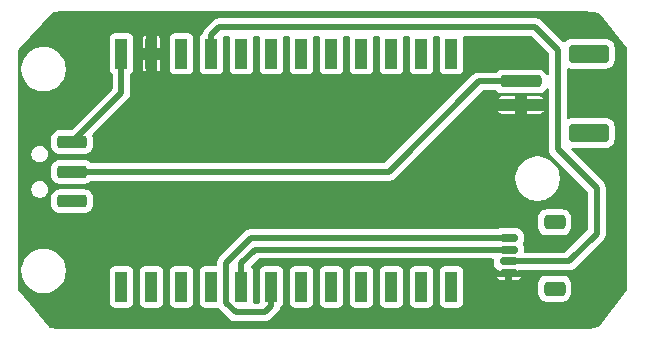
<source format=gbr>
%TF.GenerationSoftware,KiCad,Pcbnew,9.0.0*%
%TF.CreationDate,2025-05-24T09:04:45-07:00*%
%TF.ProjectId,nnv2-smd,6e6e7632-2d73-46d6-942e-6b696361645f,rev?*%
%TF.SameCoordinates,Original*%
%TF.FileFunction,Copper,L1,Top*%
%TF.FilePolarity,Positive*%
%FSLAX46Y46*%
G04 Gerber Fmt 4.6, Leading zero omitted, Abs format (unit mm)*
G04 Created by KiCad (PCBNEW 9.0.0) date 2025-05-24 09:04:45*
%MOMM*%
%LPD*%
G01*
G04 APERTURE LIST*
G04 Aperture macros list*
%AMRoundRect*
0 Rectangle with rounded corners*
0 $1 Rounding radius*
0 $2 $3 $4 $5 $6 $7 $8 $9 X,Y pos of 4 corners*
0 Add a 4 corners polygon primitive as box body*
4,1,4,$2,$3,$4,$5,$6,$7,$8,$9,$2,$3,0*
0 Add four circle primitives for the rounded corners*
1,1,$1+$1,$2,$3*
1,1,$1+$1,$4,$5*
1,1,$1+$1,$6,$7*
1,1,$1+$1,$8,$9*
0 Add four rect primitives between the rounded corners*
20,1,$1+$1,$2,$3,$4,$5,0*
20,1,$1+$1,$4,$5,$6,$7,0*
20,1,$1+$1,$6,$7,$8,$9,0*
20,1,$1+$1,$8,$9,$2,$3,0*%
G04 Aperture macros list end*
%TA.AperFunction,SMDPad,CuDef*%
%ADD10R,1.000000X2.510000*%
%TD*%
%TA.AperFunction,SMDPad,CuDef*%
%ADD11RoundRect,0.150000X0.625000X-0.150000X0.625000X0.150000X-0.625000X0.150000X-0.625000X-0.150000X0*%
%TD*%
%TA.AperFunction,SMDPad,CuDef*%
%ADD12RoundRect,0.250000X0.650000X-0.350000X0.650000X0.350000X-0.650000X0.350000X-0.650000X-0.350000X0*%
%TD*%
%TA.AperFunction,SMDPad,CuDef*%
%ADD13RoundRect,0.200000X-1.050000X0.300000X-1.050000X-0.300000X1.050000X-0.300000X1.050000X0.300000X0*%
%TD*%
%TA.AperFunction,SMDPad,CuDef*%
%ADD14RoundRect,0.250000X1.500000X-0.250000X1.500000X0.250000X-1.500000X0.250000X-1.500000X-0.250000X0*%
%TD*%
%TA.AperFunction,SMDPad,CuDef*%
%ADD15RoundRect,0.250001X1.449999X-0.499999X1.449999X0.499999X-1.449999X0.499999X-1.449999X-0.499999X0*%
%TD*%
%TA.AperFunction,Conductor*%
%ADD16C,0.500000*%
%TD*%
G04 APERTURE END LIST*
D10*
%TO.P,U1,1,GP0(TX)*%
%TO.N,unconnected-(U1-GP0(TX)-Pad1)*%
X173730000Y-98180000D03*
%TO.P,U1,2,GP1(RX)*%
%TO.N,unconnected-(U1-GP1(RX)-Pad2)*%
X176270000Y-98180000D03*
%TO.P,U1,3,GND*%
%TO.N,unconnected-(U1-GND-Pad3)*%
X178810000Y-98180000D03*
%TO.P,U1,4,GND*%
%TO.N,unconnected-(U1-GND-Pad4)*%
X181350000Y-98180000D03*
%TO.P,U1,5,SDA(GP2)*%
%TO.N,/SDA*%
X183890000Y-98180000D03*
%TO.P,U1,6,SCL(GP3)*%
%TO.N,/SCL*%
X186430000Y-98180000D03*
%TO.P,U1,7,GP4*%
%TO.N,unconnected-(U1-GP4-Pad7)*%
X188970000Y-98180000D03*
%TO.P,U1,8,GP5*%
%TO.N,unconnected-(U1-GP5-Pad8)*%
X191510000Y-98180000D03*
%TO.P,U1,9,GP6*%
%TO.N,unconnected-(U1-GP6-Pad9)*%
X194050000Y-98180000D03*
%TO.P,U1,10,GP7*%
%TO.N,unconnected-(U1-GP7-Pad10)*%
X196590000Y-98180000D03*
%TO.P,U1,11,GP8*%
%TO.N,unconnected-(U1-GP8-Pad11)*%
X199130000Y-98180000D03*
%TO.P,U1,12,GP9*%
%TO.N,unconnected-(U1-GP9-Pad12)*%
X201670000Y-98180000D03*
%TO.P,U1,13,GP21*%
%TO.N,unconnected-(U1-GP21-Pad13)*%
X201670000Y-78445000D03*
%TO.P,U1,14,GP23*%
%TO.N,unconnected-(U1-GP23-Pad14)*%
X199130000Y-78445000D03*
%TO.P,U1,15,GP20*%
%TO.N,unconnected-(U1-GP20-Pad15)*%
X196590000Y-78445000D03*
%TO.P,U1,16,GP22*%
%TO.N,unconnected-(U1-GP22-Pad16)*%
X194050000Y-78445000D03*
%TO.P,U1,17,GP26(A0)*%
%TO.N,unconnected-(U1-GP26(A0)-Pad17)*%
X191510000Y-78445000D03*
%TO.P,U1,18,GP27(A1)*%
%TO.N,unconnected-(U1-GP27(A1)-Pad18)*%
X188970000Y-78445000D03*
%TO.P,U1,19,GP28(A2)*%
%TO.N,unconnected-(U1-GP28(A2)-Pad19)*%
X186430000Y-78445000D03*
%TO.P,U1,20,GP29(A3)*%
%TO.N,unconnected-(U1-GP29(A3)-Pad20)*%
X183890000Y-78445000D03*
%TO.P,U1,21,3v3*%
%TO.N,VCC*%
X181350000Y-78445000D03*
%TO.P,U1,22,RST*%
%TO.N,unconnected-(U1-RST-Pad22)*%
X178810000Y-78445000D03*
%TO.P,U1,23,GND*%
%TO.N,GND*%
X176270000Y-78445000D03*
%TO.P,U1,24,5V*%
%TO.N,/RAW*%
X173730000Y-78445000D03*
%TD*%
D11*
%TO.P,J2,1,Pin_1*%
%TO.N,GND*%
X206520000Y-97030000D03*
%TO.P,J2,2,Pin_2*%
%TO.N,VCC*%
X206520000Y-96030000D03*
%TO.P,J2,3,Pin_3*%
%TO.N,/SDA*%
X206520000Y-95030000D03*
%TO.P,J2,4,Pin_4*%
%TO.N,/SCL*%
X206520000Y-94030000D03*
D12*
%TO.P,J2,MP*%
%TO.N,N/C*%
X210395000Y-98330000D03*
X210395000Y-92730000D03*
%TD*%
D13*
%TO.P,SW1,1,A*%
%TO.N,/RAW*%
X169550000Y-85940000D03*
%TO.P,SW1,2,B*%
%TO.N,/rawswitch*%
X169550000Y-88440000D03*
%TO.P,SW1,3*%
%TO.N,N/C*%
X169550000Y-90940000D03*
%TD*%
D14*
%TO.P,J1,1,Pin_1*%
%TO.N,GND*%
X207530000Y-82800000D03*
%TO.P,J1,2,Pin_2*%
%TO.N,/rawswitch*%
X207530000Y-80800000D03*
D15*
%TO.P,J1,MP*%
%TO.N,N/C*%
X213280000Y-85150000D03*
X213280000Y-78450000D03*
%TD*%
D16*
%TO.N,/rawswitch*%
X196360000Y-88440000D02*
X204000000Y-80800000D01*
X169550000Y-88440000D02*
X196360000Y-88440000D01*
X204000000Y-80800000D02*
X207530000Y-80800000D01*
%TO.N,/SDA*%
X183890000Y-96185000D02*
X185045000Y-95030000D01*
X183890000Y-98180000D02*
X183890000Y-96185000D01*
X185045000Y-95030000D02*
X206520000Y-95030000D01*
%TO.N,VCC*%
X213975000Y-93675000D02*
X211620000Y-96030000D01*
X213975000Y-89825000D02*
X213975000Y-93675000D01*
X211620000Y-96030000D02*
X206520000Y-96030000D01*
X181350000Y-78445000D02*
X181350000Y-76875000D01*
X208775000Y-76200000D02*
X210675000Y-78100000D01*
X181350000Y-76875000D02*
X182025000Y-76200000D01*
X210675000Y-86525000D02*
X213975000Y-89825000D01*
X182025000Y-76200000D02*
X208775000Y-76200000D01*
X210675000Y-78100000D02*
X210675000Y-86525000D01*
%TO.N,/SCL*%
X184720000Y-94030000D02*
X206520000Y-94030000D01*
X186430000Y-99790000D02*
X185870000Y-100350000D01*
X182600000Y-96150000D02*
X184720000Y-94030000D01*
X182600000Y-99560000D02*
X182600000Y-96150000D01*
X183390000Y-100350000D02*
X182600000Y-99560000D01*
X186430000Y-98180000D02*
X186430000Y-99790000D01*
X185870000Y-100350000D02*
X183390000Y-100350000D01*
%TO.N,/RAW*%
X169550000Y-85940000D02*
X173730000Y-81760000D01*
X173730000Y-81760000D02*
X173730000Y-78445000D01*
%TD*%
%TA.AperFunction,Conductor*%
%TO.N,GND*%
G36*
X212995684Y-74860501D02*
G01*
X213058526Y-74860500D01*
X213064622Y-74860649D01*
X213399300Y-74877128D01*
X213411414Y-74878323D01*
X213739853Y-74927156D01*
X213751778Y-74929534D01*
X214073824Y-75010396D01*
X214085485Y-75013942D01*
X214224137Y-75063678D01*
X214280136Y-75104251D01*
X216520557Y-77983788D01*
X216546188Y-78048786D01*
X216546562Y-78054290D01*
X216560937Y-78369822D01*
X216561064Y-78375919D01*
X216560812Y-78444435D01*
X216561073Y-78448517D01*
X216561073Y-98185676D01*
X216561071Y-98185684D01*
X216561071Y-98220340D01*
X216561071Y-98235424D01*
X216561071Y-98248526D01*
X216560922Y-98254609D01*
X216556137Y-98352027D01*
X216533187Y-98418020D01*
X216531236Y-98420676D01*
X214171471Y-101545179D01*
X214115360Y-101586812D01*
X214114295Y-101587199D01*
X214083169Y-101598336D01*
X214071524Y-101601868D01*
X213750205Y-101682353D01*
X213738270Y-101684727D01*
X213410617Y-101733328D01*
X213398507Y-101734521D01*
X213064610Y-101750922D01*
X213058526Y-101751071D01*
X168501454Y-101751071D01*
X168495370Y-101750922D01*
X168161492Y-101734521D01*
X168149382Y-101733328D01*
X167821729Y-101684727D01*
X167809794Y-101682353D01*
X167648713Y-101642005D01*
X167588465Y-101606621D01*
X167583487Y-101600989D01*
X167572023Y-101587199D01*
X165984362Y-99677335D01*
X165037939Y-98538844D01*
X165010221Y-98474708D01*
X165009445Y-98465683D01*
X164999076Y-98254605D01*
X164998928Y-98248520D01*
X164998934Y-98178069D01*
X164999051Y-96702065D01*
X165264500Y-96702065D01*
X165264500Y-96947934D01*
X165281737Y-97078854D01*
X165296591Y-97191677D01*
X165349005Y-97387289D01*
X165360222Y-97429152D01*
X165360225Y-97429162D01*
X165454303Y-97656285D01*
X165454307Y-97656294D01*
X165456831Y-97660666D01*
X165577233Y-97869208D01*
X165577235Y-97869211D01*
X165577236Y-97869212D01*
X165726897Y-98064254D01*
X165726903Y-98064261D01*
X165900738Y-98238096D01*
X165900745Y-98238102D01*
X165922263Y-98254613D01*
X166095792Y-98387767D01*
X166308708Y-98510694D01*
X166535847Y-98604778D01*
X166773323Y-98668409D01*
X167017073Y-98700500D01*
X167017080Y-98700500D01*
X167262920Y-98700500D01*
X167262927Y-98700500D01*
X167506677Y-98668409D01*
X167744153Y-98604778D01*
X167971292Y-98510694D01*
X168184208Y-98387767D01*
X168379256Y-98238101D01*
X168553101Y-98064256D01*
X168702767Y-97869208D01*
X168825694Y-97656292D01*
X168919778Y-97429153D01*
X168983409Y-97191677D01*
X169015500Y-96947927D01*
X169015500Y-96877135D01*
X172729500Y-96877135D01*
X172729500Y-99482870D01*
X172729501Y-99482876D01*
X172735908Y-99542483D01*
X172786202Y-99677328D01*
X172786206Y-99677335D01*
X172872452Y-99792544D01*
X172872455Y-99792547D01*
X172987664Y-99878793D01*
X172987671Y-99878797D01*
X173122517Y-99929091D01*
X173122516Y-99929091D01*
X173129444Y-99929835D01*
X173182127Y-99935500D01*
X174277872Y-99935499D01*
X174337483Y-99929091D01*
X174472331Y-99878796D01*
X174587546Y-99792546D01*
X174673796Y-99677331D01*
X174724091Y-99542483D01*
X174730500Y-99482873D01*
X174730499Y-96877135D01*
X175269500Y-96877135D01*
X175269500Y-99482870D01*
X175269501Y-99482876D01*
X175275908Y-99542483D01*
X175326202Y-99677328D01*
X175326206Y-99677335D01*
X175412452Y-99792544D01*
X175412455Y-99792547D01*
X175527664Y-99878793D01*
X175527671Y-99878797D01*
X175662517Y-99929091D01*
X175662516Y-99929091D01*
X175669444Y-99929835D01*
X175722127Y-99935500D01*
X176817872Y-99935499D01*
X176877483Y-99929091D01*
X177012331Y-99878796D01*
X177127546Y-99792546D01*
X177213796Y-99677331D01*
X177264091Y-99542483D01*
X177270500Y-99482873D01*
X177270499Y-96877135D01*
X177809500Y-96877135D01*
X177809500Y-99482870D01*
X177809501Y-99482876D01*
X177815908Y-99542483D01*
X177866202Y-99677328D01*
X177866206Y-99677335D01*
X177952452Y-99792544D01*
X177952455Y-99792547D01*
X178067664Y-99878793D01*
X178067671Y-99878797D01*
X178202517Y-99929091D01*
X178202516Y-99929091D01*
X178209444Y-99929835D01*
X178262127Y-99935500D01*
X179357872Y-99935499D01*
X179417483Y-99929091D01*
X179552331Y-99878796D01*
X179667546Y-99792546D01*
X179753796Y-99677331D01*
X179804091Y-99542483D01*
X179810500Y-99482873D01*
X179810499Y-96877128D01*
X179804091Y-96817517D01*
X179779527Y-96751658D01*
X179753797Y-96682671D01*
X179753793Y-96682664D01*
X179667547Y-96567455D01*
X179667544Y-96567452D01*
X179552335Y-96481206D01*
X179552328Y-96481202D01*
X179417482Y-96430908D01*
X179417483Y-96430908D01*
X179357883Y-96424501D01*
X179357881Y-96424500D01*
X179357873Y-96424500D01*
X179357864Y-96424500D01*
X178262129Y-96424500D01*
X178262123Y-96424501D01*
X178202516Y-96430908D01*
X178067671Y-96481202D01*
X178067664Y-96481206D01*
X177952455Y-96567452D01*
X177952452Y-96567455D01*
X177866206Y-96682664D01*
X177866202Y-96682671D01*
X177815908Y-96817517D01*
X177809501Y-96877116D01*
X177809501Y-96877123D01*
X177809500Y-96877135D01*
X177270499Y-96877135D01*
X177270499Y-96877128D01*
X177264091Y-96817517D01*
X177239527Y-96751658D01*
X177213797Y-96682671D01*
X177213793Y-96682664D01*
X177127547Y-96567455D01*
X177127544Y-96567452D01*
X177012335Y-96481206D01*
X177012328Y-96481202D01*
X176877482Y-96430908D01*
X176877483Y-96430908D01*
X176817883Y-96424501D01*
X176817881Y-96424500D01*
X176817873Y-96424500D01*
X176817864Y-96424500D01*
X175722129Y-96424500D01*
X175722123Y-96424501D01*
X175662516Y-96430908D01*
X175527671Y-96481202D01*
X175527664Y-96481206D01*
X175412455Y-96567452D01*
X175412452Y-96567455D01*
X175326206Y-96682664D01*
X175326202Y-96682671D01*
X175275908Y-96817517D01*
X175269501Y-96877116D01*
X175269501Y-96877123D01*
X175269500Y-96877135D01*
X174730499Y-96877135D01*
X174730499Y-96877128D01*
X174724091Y-96817517D01*
X174699527Y-96751658D01*
X174673797Y-96682671D01*
X174673793Y-96682664D01*
X174587547Y-96567455D01*
X174587544Y-96567452D01*
X174472335Y-96481206D01*
X174472328Y-96481202D01*
X174337482Y-96430908D01*
X174337483Y-96430908D01*
X174277883Y-96424501D01*
X174277881Y-96424500D01*
X174277873Y-96424500D01*
X174277864Y-96424500D01*
X173182129Y-96424500D01*
X173182123Y-96424501D01*
X173122516Y-96430908D01*
X172987671Y-96481202D01*
X172987664Y-96481206D01*
X172872455Y-96567452D01*
X172872452Y-96567455D01*
X172786206Y-96682664D01*
X172786202Y-96682671D01*
X172735908Y-96817517D01*
X172729501Y-96877116D01*
X172729501Y-96877123D01*
X172729500Y-96877135D01*
X169015500Y-96877135D01*
X169015500Y-96702073D01*
X168983409Y-96458323D01*
X168919778Y-96220847D01*
X168825694Y-95993708D01*
X168702767Y-95780792D01*
X168618969Y-95671584D01*
X168553102Y-95585745D01*
X168553096Y-95585738D01*
X168379261Y-95411903D01*
X168379254Y-95411897D01*
X168184212Y-95262236D01*
X168184211Y-95262235D01*
X168184208Y-95262233D01*
X167971292Y-95139306D01*
X167971285Y-95139303D01*
X167744162Y-95045225D01*
X167744155Y-95045223D01*
X167744153Y-95045222D01*
X167506677Y-94981591D01*
X167465939Y-94976227D01*
X167262934Y-94949500D01*
X167262927Y-94949500D01*
X167017073Y-94949500D01*
X167017065Y-94949500D01*
X166785059Y-94980045D01*
X166773323Y-94981591D01*
X166535847Y-95045222D01*
X166535837Y-95045225D01*
X166308714Y-95139303D01*
X166308705Y-95139307D01*
X166095787Y-95262236D01*
X165900745Y-95411897D01*
X165900738Y-95411903D01*
X165726903Y-95585738D01*
X165726897Y-95585745D01*
X165577236Y-95780787D01*
X165454307Y-95993705D01*
X165454303Y-95993714D01*
X165360225Y-96220837D01*
X165360222Y-96220847D01*
X165301395Y-96440396D01*
X165296592Y-96458320D01*
X165296590Y-96458331D01*
X165264500Y-96702065D01*
X164999051Y-96702065D01*
X164999396Y-92329983D01*
X208994500Y-92329983D01*
X208994500Y-93130001D01*
X208994501Y-93130019D01*
X209005000Y-93232796D01*
X209005001Y-93232799D01*
X209041015Y-93341480D01*
X209060186Y-93399334D01*
X209152288Y-93548656D01*
X209276344Y-93672712D01*
X209425666Y-93764814D01*
X209592203Y-93819999D01*
X209694991Y-93830500D01*
X211095008Y-93830499D01*
X211197797Y-93819999D01*
X211364334Y-93764814D01*
X211513656Y-93672712D01*
X211637712Y-93548656D01*
X211729814Y-93399334D01*
X211784999Y-93232797D01*
X211795500Y-93130009D01*
X211795499Y-92329992D01*
X211795175Y-92326824D01*
X211784999Y-92227203D01*
X211784998Y-92227200D01*
X211729814Y-92060666D01*
X211637712Y-91911344D01*
X211513656Y-91787288D01*
X211364334Y-91695186D01*
X211197797Y-91640001D01*
X211197795Y-91640000D01*
X211095010Y-91629500D01*
X209694998Y-91629500D01*
X209694981Y-91629501D01*
X209592203Y-91640000D01*
X209592200Y-91640001D01*
X209425668Y-91695185D01*
X209425663Y-91695187D01*
X209276342Y-91787289D01*
X209152289Y-91911342D01*
X209060187Y-92060663D01*
X209060186Y-92060666D01*
X209005001Y-92227203D01*
X209005001Y-92227204D01*
X209005000Y-92227204D01*
X208994500Y-92329983D01*
X164999396Y-92329983D01*
X164999579Y-90008995D01*
X166099499Y-90008995D01*
X166126418Y-90144322D01*
X166126421Y-90144332D01*
X166179221Y-90271804D01*
X166179228Y-90271817D01*
X166255885Y-90386541D01*
X166255888Y-90386545D01*
X166353454Y-90484111D01*
X166353458Y-90484114D01*
X166468182Y-90560771D01*
X166468195Y-90560778D01*
X166595667Y-90613578D01*
X166595672Y-90613580D01*
X166595676Y-90613580D01*
X166595677Y-90613581D01*
X166731004Y-90640500D01*
X166731007Y-90640500D01*
X166868995Y-90640500D01*
X166960041Y-90622389D01*
X167004328Y-90613580D01*
X167077223Y-90583386D01*
X167799500Y-90583386D01*
X167799500Y-91296613D01*
X167805913Y-91367192D01*
X167805913Y-91367194D01*
X167805914Y-91367196D01*
X167856522Y-91529606D01*
X167923258Y-91640001D01*
X167944530Y-91675188D01*
X168064811Y-91795469D01*
X168064813Y-91795470D01*
X168064815Y-91795472D01*
X168210394Y-91883478D01*
X168372804Y-91934086D01*
X168443384Y-91940500D01*
X168443387Y-91940500D01*
X170656613Y-91940500D01*
X170656616Y-91940500D01*
X170727196Y-91934086D01*
X170889606Y-91883478D01*
X171035185Y-91795472D01*
X171155472Y-91675185D01*
X171243478Y-91529606D01*
X171294086Y-91367196D01*
X171300500Y-91296616D01*
X171300500Y-90583384D01*
X171294086Y-90512804D01*
X171243478Y-90350394D01*
X171155472Y-90204815D01*
X171155470Y-90204813D01*
X171155469Y-90204811D01*
X171035188Y-90084530D01*
X170889606Y-89996522D01*
X170727196Y-89945914D01*
X170727194Y-89945913D01*
X170727192Y-89945913D01*
X170677778Y-89941423D01*
X170656616Y-89939500D01*
X168443384Y-89939500D01*
X168424145Y-89941248D01*
X168372807Y-89945913D01*
X168210393Y-89996522D01*
X168064811Y-90084530D01*
X167944530Y-90204811D01*
X167856522Y-90350393D01*
X167805913Y-90512807D01*
X167801554Y-90560778D01*
X167799557Y-90582763D01*
X167799500Y-90583386D01*
X167077223Y-90583386D01*
X167131811Y-90560775D01*
X167246542Y-90484114D01*
X167344114Y-90386542D01*
X167420775Y-90271811D01*
X167473580Y-90144328D01*
X167500500Y-90008993D01*
X167500500Y-89871007D01*
X167500500Y-89871004D01*
X167473581Y-89735677D01*
X167473580Y-89735676D01*
X167473580Y-89735672D01*
X167427389Y-89624156D01*
X167420778Y-89608195D01*
X167420771Y-89608182D01*
X167344114Y-89493458D01*
X167344111Y-89493454D01*
X167246545Y-89395888D01*
X167246541Y-89395885D01*
X167131817Y-89319228D01*
X167131804Y-89319221D01*
X167004332Y-89266421D01*
X167004322Y-89266418D01*
X166868995Y-89239500D01*
X166868993Y-89239500D01*
X166731007Y-89239500D01*
X166731005Y-89239500D01*
X166595677Y-89266418D01*
X166595667Y-89266421D01*
X166468195Y-89319221D01*
X166468182Y-89319228D01*
X166353458Y-89395885D01*
X166353454Y-89395888D01*
X166255888Y-89493454D01*
X166255885Y-89493458D01*
X166179228Y-89608182D01*
X166179221Y-89608195D01*
X166126421Y-89735667D01*
X166126418Y-89735677D01*
X166099500Y-89871004D01*
X166099500Y-89871007D01*
X166099500Y-90008993D01*
X166099500Y-90008995D01*
X166099499Y-90008995D01*
X164999579Y-90008995D01*
X164999731Y-88083386D01*
X167799500Y-88083386D01*
X167799500Y-88796613D01*
X167805913Y-88867192D01*
X167805913Y-88867194D01*
X167805914Y-88867196D01*
X167856522Y-89029606D01*
X167936349Y-89161656D01*
X167944530Y-89175188D01*
X168064811Y-89295469D01*
X168064813Y-89295470D01*
X168064815Y-89295472D01*
X168210394Y-89383478D01*
X168372804Y-89434086D01*
X168443384Y-89440500D01*
X168443387Y-89440500D01*
X170656613Y-89440500D01*
X170656616Y-89440500D01*
X170727196Y-89434086D01*
X170889606Y-89383478D01*
X171035185Y-89295472D01*
X171103839Y-89226817D01*
X171165160Y-89193334D01*
X171191519Y-89190500D01*
X196433920Y-89190500D01*
X196531462Y-89171096D01*
X196578913Y-89161658D01*
X196715495Y-89105084D01*
X196764729Y-89072186D01*
X196838416Y-89022952D01*
X196964303Y-88897065D01*
X207089500Y-88897065D01*
X207089500Y-89142934D01*
X207112711Y-89319228D01*
X207121591Y-89386677D01*
X207180946Y-89608195D01*
X207185222Y-89624152D01*
X207185223Y-89624156D01*
X207231417Y-89735677D01*
X207279306Y-89851292D01*
X207402233Y-90064208D01*
X207402235Y-90064211D01*
X207402236Y-90064212D01*
X207551897Y-90259254D01*
X207551903Y-90259261D01*
X207725738Y-90433096D01*
X207725744Y-90433101D01*
X207920792Y-90582767D01*
X208133708Y-90705694D01*
X208360847Y-90799778D01*
X208598323Y-90863409D01*
X208842073Y-90895500D01*
X208842080Y-90895500D01*
X209087920Y-90895500D01*
X209087927Y-90895500D01*
X209331677Y-90863409D01*
X209569153Y-90799778D01*
X209796292Y-90705694D01*
X210009208Y-90582767D01*
X210204256Y-90433101D01*
X210378101Y-90259256D01*
X210527767Y-90064208D01*
X210650694Y-89851292D01*
X210724790Y-89672408D01*
X210744777Y-89624156D01*
X210744777Y-89624155D01*
X210744778Y-89624153D01*
X210808409Y-89386677D01*
X210840500Y-89142927D01*
X210840500Y-88897073D01*
X210808409Y-88653323D01*
X210744778Y-88415847D01*
X210650694Y-88188708D01*
X210527767Y-87975792D01*
X210466030Y-87895335D01*
X210378102Y-87780745D01*
X210378096Y-87780738D01*
X210204261Y-87606903D01*
X210204254Y-87606897D01*
X210009212Y-87457236D01*
X210009211Y-87457235D01*
X210009208Y-87457233D01*
X209796292Y-87334306D01*
X209796285Y-87334303D01*
X209569162Y-87240225D01*
X209569155Y-87240223D01*
X209569153Y-87240222D01*
X209331677Y-87176591D01*
X209290939Y-87171227D01*
X209087934Y-87144500D01*
X209087927Y-87144500D01*
X208842073Y-87144500D01*
X208842065Y-87144500D01*
X208610059Y-87175045D01*
X208598323Y-87176591D01*
X208360847Y-87240222D01*
X208360837Y-87240225D01*
X208133714Y-87334303D01*
X208133705Y-87334307D01*
X207920787Y-87457236D01*
X207725745Y-87606897D01*
X207725738Y-87606903D01*
X207551903Y-87780738D01*
X207551897Y-87780745D01*
X207402236Y-87975787D01*
X207279307Y-88188705D01*
X207279303Y-88188714D01*
X207185225Y-88415837D01*
X207185222Y-88415847D01*
X207133799Y-88607764D01*
X207121592Y-88653320D01*
X207121590Y-88653331D01*
X207089500Y-88897065D01*
X196964303Y-88897065D01*
X202561366Y-83300000D01*
X205592569Y-83300000D01*
X205672809Y-83407186D01*
X205672814Y-83407191D01*
X205787906Y-83493350D01*
X205787913Y-83493354D01*
X205922620Y-83543596D01*
X205922627Y-83543598D01*
X205982155Y-83549999D01*
X205982172Y-83550000D01*
X207030000Y-83550000D01*
X208030000Y-83550000D01*
X209077828Y-83550000D01*
X209077844Y-83549999D01*
X209137372Y-83543598D01*
X209137379Y-83543596D01*
X209272086Y-83493354D01*
X209272093Y-83493350D01*
X209387185Y-83407191D01*
X209387190Y-83407186D01*
X209467431Y-83300000D01*
X208030000Y-83300000D01*
X208030000Y-83550000D01*
X207030000Y-83550000D01*
X207030000Y-83300000D01*
X205592569Y-83300000D01*
X202561366Y-83300000D01*
X203561366Y-82300000D01*
X205592569Y-82300000D01*
X207030000Y-82300000D01*
X208030000Y-82300000D01*
X209467430Y-82300000D01*
X209387190Y-82192813D01*
X209387185Y-82192808D01*
X209272093Y-82106649D01*
X209272086Y-82106645D01*
X209137379Y-82056403D01*
X209137372Y-82056401D01*
X209077844Y-82050000D01*
X208030000Y-82050000D01*
X208030000Y-82300000D01*
X207030000Y-82300000D01*
X207030000Y-82050000D01*
X205982155Y-82050000D01*
X205922627Y-82056401D01*
X205922620Y-82056403D01*
X205787913Y-82106645D01*
X205787906Y-82106649D01*
X205672814Y-82192808D01*
X205672809Y-82192813D01*
X205592569Y-82300000D01*
X203561366Y-82300000D01*
X204274548Y-81586818D01*
X204335871Y-81553334D01*
X204362229Y-81550500D01*
X205417770Y-81550500D01*
X205484809Y-81570185D01*
X205505451Y-81586819D01*
X205561344Y-81642712D01*
X205710666Y-81734814D01*
X205877203Y-81789999D01*
X205979991Y-81800500D01*
X209080008Y-81800499D01*
X209182797Y-81789999D01*
X209349334Y-81734814D01*
X209498656Y-81642712D01*
X209622712Y-81518656D01*
X209694961Y-81401520D01*
X209746909Y-81354796D01*
X209815871Y-81343573D01*
X209879954Y-81371417D01*
X209918810Y-81429485D01*
X209924500Y-81466617D01*
X209924500Y-86598918D01*
X209924500Y-86598920D01*
X209924499Y-86598920D01*
X209953340Y-86743907D01*
X209953343Y-86743917D01*
X210009914Y-86880492D01*
X210042812Y-86929727D01*
X210042813Y-86929730D01*
X210092046Y-87003414D01*
X210092052Y-87003421D01*
X213188181Y-90099549D01*
X213221666Y-90160872D01*
X213224500Y-90187230D01*
X213224500Y-93312770D01*
X213204815Y-93379809D01*
X213188181Y-93400451D01*
X211345451Y-95243181D01*
X211284128Y-95276666D01*
X211257770Y-95279500D01*
X207919500Y-95279500D01*
X207852461Y-95259815D01*
X207806706Y-95207011D01*
X207795500Y-95155500D01*
X207795500Y-94814313D01*
X207795499Y-94814298D01*
X207792598Y-94777432D01*
X207792597Y-94777426D01*
X207746745Y-94619606D01*
X207746744Y-94619602D01*
X207731084Y-94593122D01*
X207713900Y-94525399D01*
X207731084Y-94466878D01*
X207746742Y-94440401D01*
X207746744Y-94440398D01*
X207792598Y-94282569D01*
X207795500Y-94245694D01*
X207795500Y-93814306D01*
X207792598Y-93777431D01*
X207788932Y-93764814D01*
X207746745Y-93619606D01*
X207746744Y-93619603D01*
X207746744Y-93619602D01*
X207663081Y-93478135D01*
X207663079Y-93478133D01*
X207663076Y-93478129D01*
X207546870Y-93361923D01*
X207546862Y-93361917D01*
X207456266Y-93308339D01*
X207405398Y-93278256D01*
X207405397Y-93278255D01*
X207405396Y-93278255D01*
X207405393Y-93278254D01*
X207247573Y-93232402D01*
X207247567Y-93232401D01*
X207210701Y-93229500D01*
X207210694Y-93229500D01*
X205829306Y-93229500D01*
X205829298Y-93229500D01*
X205792432Y-93232401D01*
X205792426Y-93232402D01*
X205647267Y-93274576D01*
X205612672Y-93279500D01*
X184646076Y-93279500D01*
X184617242Y-93285234D01*
X184617243Y-93285235D01*
X184501093Y-93308339D01*
X184501083Y-93308342D01*
X184421081Y-93341479D01*
X184421082Y-93341480D01*
X184364502Y-93364917D01*
X184315269Y-93397813D01*
X184241588Y-93447044D01*
X184241580Y-93447050D01*
X182017050Y-95671580D01*
X182017044Y-95671588D01*
X181967812Y-95745268D01*
X181967813Y-95745269D01*
X181934921Y-95794496D01*
X181934914Y-95794508D01*
X181878342Y-95931086D01*
X181878340Y-95931092D01*
X181849500Y-96076079D01*
X181849500Y-96300500D01*
X181829815Y-96367539D01*
X181777011Y-96413294D01*
X181725500Y-96424500D01*
X180802129Y-96424500D01*
X180802123Y-96424501D01*
X180742516Y-96430908D01*
X180607671Y-96481202D01*
X180607664Y-96481206D01*
X180492455Y-96567452D01*
X180492452Y-96567455D01*
X180406206Y-96682664D01*
X180406202Y-96682671D01*
X180355908Y-96817517D01*
X180349501Y-96877116D01*
X180349501Y-96877123D01*
X180349500Y-96877135D01*
X180349500Y-99482870D01*
X180349501Y-99482876D01*
X180355908Y-99542483D01*
X180406202Y-99677328D01*
X180406206Y-99677335D01*
X180492452Y-99792544D01*
X180492455Y-99792547D01*
X180607664Y-99878793D01*
X180607671Y-99878797D01*
X180742517Y-99929091D01*
X180742516Y-99929091D01*
X180749444Y-99929835D01*
X180802127Y-99935500D01*
X181882002Y-99935499D01*
X181949041Y-99955184D01*
X181985104Y-99990608D01*
X182017049Y-100038418D01*
X182017052Y-100038421D01*
X182911584Y-100932952D01*
X182911586Y-100932954D01*
X182934422Y-100948211D01*
X182985270Y-100982186D01*
X183034505Y-101015084D01*
X183091080Y-101038518D01*
X183171088Y-101071659D01*
X183287241Y-101094763D01*
X183306468Y-101098587D01*
X183316081Y-101100500D01*
X183316082Y-101100500D01*
X185943920Y-101100500D01*
X186041462Y-101081096D01*
X186088913Y-101071658D01*
X186225495Y-101015084D01*
X186274729Y-100982186D01*
X186348416Y-100932952D01*
X187012952Y-100268415D01*
X187041904Y-100225084D01*
X187095084Y-100145495D01*
X187118518Y-100088920D01*
X187151659Y-100008912D01*
X187162837Y-99952715D01*
X187169183Y-99920813D01*
X187201567Y-99858902D01*
X187216485Y-99845741D01*
X187287546Y-99792546D01*
X187373796Y-99677331D01*
X187424091Y-99542483D01*
X187430500Y-99482873D01*
X187430499Y-96877135D01*
X187969500Y-96877135D01*
X187969500Y-99482870D01*
X187969501Y-99482876D01*
X187975908Y-99542483D01*
X188026202Y-99677328D01*
X188026206Y-99677335D01*
X188112452Y-99792544D01*
X188112455Y-99792547D01*
X188227664Y-99878793D01*
X188227671Y-99878797D01*
X188362517Y-99929091D01*
X188362516Y-99929091D01*
X188369444Y-99929835D01*
X188422127Y-99935500D01*
X189517872Y-99935499D01*
X189577483Y-99929091D01*
X189712331Y-99878796D01*
X189827546Y-99792546D01*
X189913796Y-99677331D01*
X189964091Y-99542483D01*
X189970500Y-99482873D01*
X189970499Y-96877135D01*
X190509500Y-96877135D01*
X190509500Y-99482870D01*
X190509501Y-99482876D01*
X190515908Y-99542483D01*
X190566202Y-99677328D01*
X190566206Y-99677335D01*
X190652452Y-99792544D01*
X190652455Y-99792547D01*
X190767664Y-99878793D01*
X190767671Y-99878797D01*
X190902517Y-99929091D01*
X190902516Y-99929091D01*
X190909444Y-99929835D01*
X190962127Y-99935500D01*
X192057872Y-99935499D01*
X192117483Y-99929091D01*
X192252331Y-99878796D01*
X192367546Y-99792546D01*
X192453796Y-99677331D01*
X192504091Y-99542483D01*
X192510500Y-99482873D01*
X192510499Y-96877135D01*
X193049500Y-96877135D01*
X193049500Y-99482870D01*
X193049501Y-99482876D01*
X193055908Y-99542483D01*
X193106202Y-99677328D01*
X193106206Y-99677335D01*
X193192452Y-99792544D01*
X193192455Y-99792547D01*
X193307664Y-99878793D01*
X193307671Y-99878797D01*
X193442517Y-99929091D01*
X193442516Y-99929091D01*
X193449444Y-99929835D01*
X193502127Y-99935500D01*
X194597872Y-99935499D01*
X194657483Y-99929091D01*
X194792331Y-99878796D01*
X194907546Y-99792546D01*
X194993796Y-99677331D01*
X195044091Y-99542483D01*
X195050500Y-99482873D01*
X195050499Y-96877135D01*
X195589500Y-96877135D01*
X195589500Y-99482870D01*
X195589501Y-99482876D01*
X195595908Y-99542483D01*
X195646202Y-99677328D01*
X195646206Y-99677335D01*
X195732452Y-99792544D01*
X195732455Y-99792547D01*
X195847664Y-99878793D01*
X195847671Y-99878797D01*
X195982517Y-99929091D01*
X195982516Y-99929091D01*
X195989444Y-99929835D01*
X196042127Y-99935500D01*
X197137872Y-99935499D01*
X197197483Y-99929091D01*
X197332331Y-99878796D01*
X197447546Y-99792546D01*
X197533796Y-99677331D01*
X197584091Y-99542483D01*
X197590500Y-99482873D01*
X197590499Y-96877135D01*
X198129500Y-96877135D01*
X198129500Y-99482870D01*
X198129501Y-99482876D01*
X198135908Y-99542483D01*
X198186202Y-99677328D01*
X198186206Y-99677335D01*
X198272452Y-99792544D01*
X198272455Y-99792547D01*
X198387664Y-99878793D01*
X198387671Y-99878797D01*
X198522517Y-99929091D01*
X198522516Y-99929091D01*
X198529444Y-99929835D01*
X198582127Y-99935500D01*
X199677872Y-99935499D01*
X199737483Y-99929091D01*
X199872331Y-99878796D01*
X199987546Y-99792546D01*
X200073796Y-99677331D01*
X200124091Y-99542483D01*
X200130500Y-99482873D01*
X200130499Y-96877135D01*
X200669500Y-96877135D01*
X200669500Y-99482870D01*
X200669501Y-99482876D01*
X200675908Y-99542483D01*
X200726202Y-99677328D01*
X200726206Y-99677335D01*
X200812452Y-99792544D01*
X200812455Y-99792547D01*
X200927664Y-99878793D01*
X200927671Y-99878797D01*
X201062517Y-99929091D01*
X201062516Y-99929091D01*
X201069444Y-99929835D01*
X201122127Y-99935500D01*
X202217872Y-99935499D01*
X202277483Y-99929091D01*
X202412331Y-99878796D01*
X202527546Y-99792546D01*
X202613796Y-99677331D01*
X202664091Y-99542483D01*
X202670500Y-99482873D01*
X202670499Y-97929983D01*
X208994500Y-97929983D01*
X208994500Y-98730001D01*
X208994501Y-98730019D01*
X209005000Y-98832796D01*
X209005001Y-98832799D01*
X209060185Y-98999331D01*
X209060186Y-98999334D01*
X209152288Y-99148656D01*
X209276344Y-99272712D01*
X209425666Y-99364814D01*
X209592203Y-99419999D01*
X209694991Y-99430500D01*
X211095008Y-99430499D01*
X211197797Y-99419999D01*
X211364334Y-99364814D01*
X211513656Y-99272712D01*
X211637712Y-99148656D01*
X211729814Y-98999334D01*
X211784999Y-98832797D01*
X211795500Y-98730009D01*
X211795499Y-97929992D01*
X211784999Y-97827203D01*
X211729814Y-97660666D01*
X211637712Y-97511344D01*
X211513656Y-97387288D01*
X211364334Y-97295186D01*
X211197797Y-97240001D01*
X211197795Y-97240000D01*
X211095010Y-97229500D01*
X209694998Y-97229500D01*
X209694981Y-97229501D01*
X209592203Y-97240000D01*
X209592200Y-97240001D01*
X209425668Y-97295185D01*
X209425663Y-97295187D01*
X209276342Y-97387289D01*
X209152289Y-97511342D01*
X209060187Y-97660663D01*
X209060185Y-97660668D01*
X209048713Y-97695289D01*
X209005001Y-97827203D01*
X209005001Y-97827204D01*
X209005000Y-97827204D01*
X208994500Y-97929983D01*
X202670499Y-97929983D01*
X202670499Y-97330000D01*
X205522499Y-97330000D01*
X205567360Y-97418046D01*
X205567363Y-97418050D01*
X205656949Y-97507636D01*
X205656953Y-97507639D01*
X205769855Y-97565166D01*
X205863514Y-97579999D01*
X206219999Y-97579999D01*
X206820000Y-97579999D01*
X207176479Y-97579999D01*
X207270149Y-97565164D01*
X207270155Y-97565162D01*
X207383041Y-97507643D01*
X207383050Y-97507636D01*
X207472636Y-97418050D01*
X207472639Y-97418046D01*
X207517501Y-97330000D01*
X206820000Y-97330000D01*
X206820000Y-97579999D01*
X206219999Y-97579999D01*
X206220000Y-97579998D01*
X206220000Y-97330000D01*
X205522499Y-97330000D01*
X202670499Y-97330000D01*
X202670499Y-96877128D01*
X202664091Y-96817517D01*
X202639527Y-96751658D01*
X202613797Y-96682671D01*
X202613793Y-96682664D01*
X202527547Y-96567455D01*
X202527544Y-96567452D01*
X202412335Y-96481206D01*
X202412328Y-96481202D01*
X202277482Y-96430908D01*
X202277483Y-96430908D01*
X202217883Y-96424501D01*
X202217881Y-96424500D01*
X202217873Y-96424500D01*
X202217864Y-96424500D01*
X201122129Y-96424500D01*
X201122123Y-96424501D01*
X201062516Y-96430908D01*
X200927671Y-96481202D01*
X200927664Y-96481206D01*
X200812455Y-96567452D01*
X200812452Y-96567455D01*
X200726206Y-96682664D01*
X200726202Y-96682671D01*
X200675908Y-96817517D01*
X200669501Y-96877116D01*
X200669501Y-96877123D01*
X200669500Y-96877135D01*
X200130499Y-96877135D01*
X200130499Y-96877128D01*
X200124091Y-96817517D01*
X200099527Y-96751658D01*
X200073797Y-96682671D01*
X200073793Y-96682664D01*
X199987547Y-96567455D01*
X199987544Y-96567452D01*
X199872335Y-96481206D01*
X199872328Y-96481202D01*
X199737482Y-96430908D01*
X199737483Y-96430908D01*
X199677883Y-96424501D01*
X199677881Y-96424500D01*
X199677873Y-96424500D01*
X199677864Y-96424500D01*
X198582129Y-96424500D01*
X198582123Y-96424501D01*
X198522516Y-96430908D01*
X198387671Y-96481202D01*
X198387664Y-96481206D01*
X198272455Y-96567452D01*
X198272452Y-96567455D01*
X198186206Y-96682664D01*
X198186202Y-96682671D01*
X198135908Y-96817517D01*
X198129501Y-96877116D01*
X198129501Y-96877123D01*
X198129500Y-96877135D01*
X197590499Y-96877135D01*
X197590499Y-96877128D01*
X197584091Y-96817517D01*
X197559527Y-96751658D01*
X197533797Y-96682671D01*
X197533793Y-96682664D01*
X197447547Y-96567455D01*
X197447544Y-96567452D01*
X197332335Y-96481206D01*
X197332328Y-96481202D01*
X197197482Y-96430908D01*
X197197483Y-96430908D01*
X197137883Y-96424501D01*
X197137881Y-96424500D01*
X197137873Y-96424500D01*
X197137864Y-96424500D01*
X196042129Y-96424500D01*
X196042123Y-96424501D01*
X195982516Y-96430908D01*
X195847671Y-96481202D01*
X195847664Y-96481206D01*
X195732455Y-96567452D01*
X195732452Y-96567455D01*
X195646206Y-96682664D01*
X195646202Y-96682671D01*
X195595908Y-96817517D01*
X195589501Y-96877116D01*
X195589501Y-96877123D01*
X195589500Y-96877135D01*
X195050499Y-96877135D01*
X195050499Y-96877128D01*
X195044091Y-96817517D01*
X195019527Y-96751658D01*
X194993797Y-96682671D01*
X194993793Y-96682664D01*
X194907547Y-96567455D01*
X194907544Y-96567452D01*
X194792335Y-96481206D01*
X194792328Y-96481202D01*
X194657482Y-96430908D01*
X194657483Y-96430908D01*
X194597883Y-96424501D01*
X194597881Y-96424500D01*
X194597873Y-96424500D01*
X194597864Y-96424500D01*
X193502129Y-96424500D01*
X193502123Y-96424501D01*
X193442516Y-96430908D01*
X193307671Y-96481202D01*
X193307664Y-96481206D01*
X193192455Y-96567452D01*
X193192452Y-96567455D01*
X193106206Y-96682664D01*
X193106202Y-96682671D01*
X193055908Y-96817517D01*
X193049501Y-96877116D01*
X193049501Y-96877123D01*
X193049500Y-96877135D01*
X192510499Y-96877135D01*
X192510499Y-96877128D01*
X192504091Y-96817517D01*
X192479527Y-96751658D01*
X192453797Y-96682671D01*
X192453793Y-96682664D01*
X192367547Y-96567455D01*
X192367544Y-96567452D01*
X192252335Y-96481206D01*
X192252328Y-96481202D01*
X192117482Y-96430908D01*
X192117483Y-96430908D01*
X192057883Y-96424501D01*
X192057881Y-96424500D01*
X192057873Y-96424500D01*
X192057864Y-96424500D01*
X190962129Y-96424500D01*
X190962123Y-96424501D01*
X190902516Y-96430908D01*
X190767671Y-96481202D01*
X190767664Y-96481206D01*
X190652455Y-96567452D01*
X190652452Y-96567455D01*
X190566206Y-96682664D01*
X190566202Y-96682671D01*
X190515908Y-96817517D01*
X190509501Y-96877116D01*
X190509501Y-96877123D01*
X190509500Y-96877135D01*
X189970499Y-96877135D01*
X189970499Y-96877128D01*
X189964091Y-96817517D01*
X189939527Y-96751658D01*
X189913797Y-96682671D01*
X189913793Y-96682664D01*
X189827547Y-96567455D01*
X189827544Y-96567452D01*
X189712335Y-96481206D01*
X189712328Y-96481202D01*
X189577482Y-96430908D01*
X189577483Y-96430908D01*
X189517883Y-96424501D01*
X189517881Y-96424500D01*
X189517873Y-96424500D01*
X189517864Y-96424500D01*
X188422129Y-96424500D01*
X188422123Y-96424501D01*
X188362516Y-96430908D01*
X188227671Y-96481202D01*
X188227664Y-96481206D01*
X188112455Y-96567452D01*
X188112452Y-96567455D01*
X188026206Y-96682664D01*
X188026202Y-96682671D01*
X187975908Y-96817517D01*
X187969501Y-96877116D01*
X187969501Y-96877123D01*
X187969500Y-96877135D01*
X187430499Y-96877135D01*
X187430499Y-96877128D01*
X187424091Y-96817517D01*
X187399527Y-96751658D01*
X187373797Y-96682671D01*
X187373793Y-96682664D01*
X187287547Y-96567455D01*
X187287544Y-96567452D01*
X187172335Y-96481206D01*
X187172328Y-96481202D01*
X187037482Y-96430908D01*
X187037483Y-96430908D01*
X186977883Y-96424501D01*
X186977881Y-96424500D01*
X186977873Y-96424500D01*
X186977864Y-96424500D01*
X185882129Y-96424500D01*
X185882123Y-96424501D01*
X185822516Y-96430908D01*
X185687671Y-96481202D01*
X185687664Y-96481206D01*
X185572455Y-96567452D01*
X185572452Y-96567455D01*
X185486206Y-96682664D01*
X185486202Y-96682671D01*
X185435908Y-96817517D01*
X185429501Y-96877116D01*
X185429500Y-96877127D01*
X185429500Y-98178069D01*
X185429501Y-99475500D01*
X185409816Y-99542539D01*
X185357013Y-99588294D01*
X185305501Y-99599500D01*
X185014500Y-99599500D01*
X184947461Y-99579815D01*
X184901706Y-99527011D01*
X184890500Y-99475500D01*
X184890499Y-96877129D01*
X184890498Y-96877123D01*
X184890497Y-96877116D01*
X184884091Y-96817517D01*
X184859527Y-96751658D01*
X184833797Y-96682671D01*
X184833796Y-96682670D01*
X184833796Y-96682669D01*
X184747546Y-96567454D01*
X184747542Y-96567451D01*
X184745915Y-96565824D01*
X184744806Y-96563794D01*
X184742231Y-96560354D01*
X184742725Y-96559983D01*
X184712426Y-96504503D01*
X184717406Y-96434811D01*
X184745908Y-96390458D01*
X185319548Y-95816819D01*
X185380871Y-95783334D01*
X185407229Y-95780500D01*
X205120500Y-95780500D01*
X205187539Y-95800185D01*
X205233294Y-95852989D01*
X205244500Y-95904500D01*
X205244500Y-96245701D01*
X205247401Y-96282567D01*
X205247402Y-96282573D01*
X205293254Y-96440393D01*
X205293255Y-96440396D01*
X205376917Y-96581862D01*
X205376923Y-96581870D01*
X205490951Y-96695898D01*
X205490953Y-96695899D01*
X205493135Y-96698081D01*
X205634602Y-96781744D01*
X205647269Y-96785424D01*
X205792426Y-96827597D01*
X205792429Y-96827597D01*
X205792431Y-96827598D01*
X205829306Y-96830500D01*
X205829314Y-96830500D01*
X207210686Y-96830500D01*
X207210694Y-96830500D01*
X207247569Y-96827598D01*
X207247571Y-96827597D01*
X207247573Y-96827597D01*
X207392733Y-96785424D01*
X207427328Y-96780500D01*
X211693920Y-96780500D01*
X211791462Y-96761096D01*
X211838913Y-96751658D01*
X211975495Y-96695084D01*
X212024729Y-96662186D01*
X212098416Y-96612952D01*
X214557952Y-94153416D01*
X214607186Y-94079729D01*
X214640084Y-94030495D01*
X214696658Y-93893913D01*
X214719828Y-93777432D01*
X214725500Y-93748920D01*
X214725500Y-89751079D01*
X214714543Y-89695998D01*
X214700252Y-89624153D01*
X214696659Y-89606088D01*
X214663518Y-89526080D01*
X214650004Y-89493454D01*
X214640087Y-89469511D01*
X214640079Y-89469496D01*
X214607187Y-89420271D01*
X214607185Y-89420268D01*
X214557956Y-89346589D01*
X214557952Y-89346584D01*
X211823549Y-86612181D01*
X211790064Y-86550858D01*
X211795048Y-86481166D01*
X211836920Y-86425233D01*
X211902384Y-86400816D01*
X211911230Y-86400500D01*
X214780003Y-86400500D01*
X214780008Y-86400500D01*
X214882797Y-86389999D01*
X215049334Y-86334814D01*
X215198655Y-86242711D01*
X215322711Y-86118655D01*
X215414814Y-85969334D01*
X215469999Y-85802797D01*
X215480500Y-85700008D01*
X215480500Y-84599992D01*
X215469999Y-84497203D01*
X215414814Y-84330666D01*
X215322711Y-84181345D01*
X215198655Y-84057289D01*
X215198651Y-84057286D01*
X215049337Y-83965187D01*
X215049335Y-83965186D01*
X214966065Y-83937593D01*
X214882797Y-83910001D01*
X214882795Y-83910000D01*
X214780015Y-83899500D01*
X214780008Y-83899500D01*
X211779992Y-83899500D01*
X211779984Y-83899500D01*
X211677204Y-83910000D01*
X211677203Y-83910001D01*
X211588504Y-83939393D01*
X211518675Y-83941795D01*
X211458633Y-83906063D01*
X211427441Y-83843542D01*
X211425500Y-83821687D01*
X211425500Y-79778312D01*
X211445185Y-79711273D01*
X211497989Y-79665518D01*
X211567147Y-79655574D01*
X211588491Y-79660602D01*
X211677203Y-79689999D01*
X211779992Y-79700500D01*
X211779997Y-79700500D01*
X214780003Y-79700500D01*
X214780008Y-79700500D01*
X214882797Y-79689999D01*
X215049334Y-79634814D01*
X215198655Y-79542711D01*
X215322711Y-79418655D01*
X215414814Y-79269334D01*
X215469999Y-79102797D01*
X215480500Y-79000008D01*
X215480500Y-77899992D01*
X215469999Y-77797203D01*
X215414814Y-77630666D01*
X215322711Y-77481345D01*
X215198655Y-77357289D01*
X215198651Y-77357286D01*
X215049337Y-77265187D01*
X215049335Y-77265186D01*
X214966065Y-77237593D01*
X214882797Y-77210001D01*
X214882795Y-77210000D01*
X214780015Y-77199500D01*
X214780008Y-77199500D01*
X211779992Y-77199500D01*
X211779984Y-77199500D01*
X211677204Y-77210000D01*
X211677203Y-77210001D01*
X211510664Y-77265186D01*
X211510662Y-77265187D01*
X211361348Y-77357286D01*
X211361344Y-77357289D01*
X211265180Y-77453452D01*
X211203857Y-77486936D01*
X211134165Y-77481951D01*
X211089819Y-77453451D01*
X209253421Y-75617052D01*
X209253414Y-75617046D01*
X209179729Y-75567812D01*
X209179729Y-75567813D01*
X209130491Y-75534913D01*
X208993917Y-75478343D01*
X208993907Y-75478340D01*
X208848920Y-75449500D01*
X208848918Y-75449500D01*
X182098917Y-75449500D01*
X181951082Y-75449500D01*
X181951080Y-75449500D01*
X181806092Y-75478340D01*
X181806082Y-75478343D01*
X181669511Y-75534912D01*
X181669498Y-75534919D01*
X181546584Y-75617048D01*
X181546580Y-75617051D01*
X180767050Y-76396580D01*
X180767044Y-76396588D01*
X180717812Y-76470268D01*
X180717813Y-76470269D01*
X180684921Y-76519496D01*
X180684914Y-76519508D01*
X180628341Y-76656088D01*
X180628340Y-76656092D01*
X180620166Y-76697187D01*
X180587781Y-76759098D01*
X180572861Y-76772261D01*
X180492452Y-76832455D01*
X180406206Y-76947664D01*
X180406202Y-76947671D01*
X180355908Y-77082517D01*
X180349501Y-77142116D01*
X180349501Y-77142123D01*
X180349500Y-77142135D01*
X180349500Y-79747870D01*
X180349501Y-79747876D01*
X180355908Y-79807483D01*
X180406202Y-79942328D01*
X180406206Y-79942335D01*
X180492452Y-80057544D01*
X180492455Y-80057547D01*
X180607664Y-80143793D01*
X180607671Y-80143797D01*
X180742517Y-80194091D01*
X180742516Y-80194091D01*
X180749444Y-80194835D01*
X180802127Y-80200500D01*
X181897872Y-80200499D01*
X181957483Y-80194091D01*
X182092331Y-80143796D01*
X182207546Y-80057546D01*
X182293796Y-79942331D01*
X182344091Y-79807483D01*
X182350500Y-79747873D01*
X182350499Y-77142128D01*
X182344654Y-77087753D01*
X182357061Y-77018994D01*
X182404672Y-76967857D01*
X182467944Y-76950500D01*
X182772057Y-76950500D01*
X182839096Y-76970185D01*
X182884851Y-77022989D01*
X182895346Y-77087756D01*
X182889500Y-77142119D01*
X182889500Y-79747870D01*
X182889501Y-79747876D01*
X182895908Y-79807483D01*
X182946202Y-79942328D01*
X182946206Y-79942335D01*
X183032452Y-80057544D01*
X183032455Y-80057547D01*
X183147664Y-80143793D01*
X183147671Y-80143797D01*
X183282517Y-80194091D01*
X183282516Y-80194091D01*
X183289444Y-80194835D01*
X183342127Y-80200500D01*
X184437872Y-80200499D01*
X184497483Y-80194091D01*
X184632331Y-80143796D01*
X184747546Y-80057546D01*
X184833796Y-79942331D01*
X184884091Y-79807483D01*
X184890500Y-79747873D01*
X184890499Y-77142128D01*
X184884654Y-77087753D01*
X184897061Y-77018994D01*
X184944672Y-76967857D01*
X185007944Y-76950500D01*
X185312057Y-76950500D01*
X185379096Y-76970185D01*
X185424851Y-77022989D01*
X185435346Y-77087756D01*
X185429500Y-77142119D01*
X185429500Y-79747870D01*
X185429501Y-79747876D01*
X185435908Y-79807483D01*
X185486202Y-79942328D01*
X185486206Y-79942335D01*
X185572452Y-80057544D01*
X185572455Y-80057547D01*
X185687664Y-80143793D01*
X185687671Y-80143797D01*
X185822517Y-80194091D01*
X185822516Y-80194091D01*
X185829444Y-80194835D01*
X185882127Y-80200500D01*
X186977872Y-80200499D01*
X187037483Y-80194091D01*
X187172331Y-80143796D01*
X187287546Y-80057546D01*
X187373796Y-79942331D01*
X187424091Y-79807483D01*
X187430500Y-79747873D01*
X187430499Y-77142128D01*
X187424654Y-77087753D01*
X187437061Y-77018994D01*
X187484672Y-76967857D01*
X187547944Y-76950500D01*
X187852057Y-76950500D01*
X187919096Y-76970185D01*
X187964851Y-77022989D01*
X187975346Y-77087756D01*
X187969500Y-77142119D01*
X187969500Y-79747870D01*
X187969501Y-79747876D01*
X187975908Y-79807483D01*
X188026202Y-79942328D01*
X188026206Y-79942335D01*
X188112452Y-80057544D01*
X188112455Y-80057547D01*
X188227664Y-80143793D01*
X188227671Y-80143797D01*
X188362517Y-80194091D01*
X188362516Y-80194091D01*
X188369444Y-80194835D01*
X188422127Y-80200500D01*
X189517872Y-80200499D01*
X189577483Y-80194091D01*
X189712331Y-80143796D01*
X189827546Y-80057546D01*
X189913796Y-79942331D01*
X189964091Y-79807483D01*
X189970500Y-79747873D01*
X189970499Y-77142128D01*
X189964654Y-77087753D01*
X189977061Y-77018994D01*
X190024672Y-76967857D01*
X190087944Y-76950500D01*
X190392057Y-76950500D01*
X190459096Y-76970185D01*
X190504851Y-77022989D01*
X190515346Y-77087756D01*
X190509500Y-77142119D01*
X190509500Y-79747870D01*
X190509501Y-79747876D01*
X190515908Y-79807483D01*
X190566202Y-79942328D01*
X190566206Y-79942335D01*
X190652452Y-80057544D01*
X190652455Y-80057547D01*
X190767664Y-80143793D01*
X190767671Y-80143797D01*
X190902517Y-80194091D01*
X190902516Y-80194091D01*
X190909444Y-80194835D01*
X190962127Y-80200500D01*
X192057872Y-80200499D01*
X192117483Y-80194091D01*
X192252331Y-80143796D01*
X192367546Y-80057546D01*
X192453796Y-79942331D01*
X192504091Y-79807483D01*
X192510500Y-79747873D01*
X192510499Y-77142128D01*
X192504654Y-77087753D01*
X192517061Y-77018994D01*
X192564672Y-76967857D01*
X192627944Y-76950500D01*
X192932057Y-76950500D01*
X192999096Y-76970185D01*
X193044851Y-77022989D01*
X193055346Y-77087756D01*
X193049500Y-77142119D01*
X193049500Y-79747870D01*
X193049501Y-79747876D01*
X193055908Y-79807483D01*
X193106202Y-79942328D01*
X193106206Y-79942335D01*
X193192452Y-80057544D01*
X193192455Y-80057547D01*
X193307664Y-80143793D01*
X193307671Y-80143797D01*
X193442517Y-80194091D01*
X193442516Y-80194091D01*
X193449444Y-80194835D01*
X193502127Y-80200500D01*
X194597872Y-80200499D01*
X194657483Y-80194091D01*
X194792331Y-80143796D01*
X194907546Y-80057546D01*
X194993796Y-79942331D01*
X195044091Y-79807483D01*
X195050500Y-79747873D01*
X195050499Y-77142128D01*
X195044654Y-77087753D01*
X195057061Y-77018994D01*
X195104672Y-76967857D01*
X195167944Y-76950500D01*
X195472057Y-76950500D01*
X195539096Y-76970185D01*
X195584851Y-77022989D01*
X195595346Y-77087756D01*
X195589500Y-77142119D01*
X195589500Y-79747870D01*
X195589501Y-79747876D01*
X195595908Y-79807483D01*
X195646202Y-79942328D01*
X195646206Y-79942335D01*
X195732452Y-80057544D01*
X195732455Y-80057547D01*
X195847664Y-80143793D01*
X195847671Y-80143797D01*
X195982517Y-80194091D01*
X195982516Y-80194091D01*
X195989444Y-80194835D01*
X196042127Y-80200500D01*
X197137872Y-80200499D01*
X197197483Y-80194091D01*
X197332331Y-80143796D01*
X197447546Y-80057546D01*
X197533796Y-79942331D01*
X197584091Y-79807483D01*
X197590500Y-79747873D01*
X197590499Y-77142128D01*
X197584654Y-77087753D01*
X197597061Y-77018994D01*
X197644672Y-76967857D01*
X197707944Y-76950500D01*
X198012057Y-76950500D01*
X198079096Y-76970185D01*
X198124851Y-77022989D01*
X198135346Y-77087756D01*
X198129500Y-77142119D01*
X198129500Y-79747870D01*
X198129501Y-79747876D01*
X198135908Y-79807483D01*
X198186202Y-79942328D01*
X198186206Y-79942335D01*
X198272452Y-80057544D01*
X198272455Y-80057547D01*
X198387664Y-80143793D01*
X198387671Y-80143797D01*
X198522517Y-80194091D01*
X198522516Y-80194091D01*
X198529444Y-80194835D01*
X198582127Y-80200500D01*
X199677872Y-80200499D01*
X199737483Y-80194091D01*
X199872331Y-80143796D01*
X199987546Y-80057546D01*
X200073796Y-79942331D01*
X200124091Y-79807483D01*
X200130500Y-79747873D01*
X200130499Y-77142128D01*
X200124654Y-77087753D01*
X200137061Y-77018994D01*
X200184672Y-76967857D01*
X200247944Y-76950500D01*
X200552057Y-76950500D01*
X200619096Y-76970185D01*
X200664851Y-77022989D01*
X200675346Y-77087756D01*
X200669500Y-77142119D01*
X200669500Y-79747870D01*
X200669501Y-79747876D01*
X200675908Y-79807483D01*
X200726202Y-79942328D01*
X200726206Y-79942335D01*
X200812452Y-80057544D01*
X200812455Y-80057547D01*
X200927664Y-80143793D01*
X200927671Y-80143797D01*
X201062517Y-80194091D01*
X201062516Y-80194091D01*
X201069444Y-80194835D01*
X201122127Y-80200500D01*
X202217872Y-80200499D01*
X202277483Y-80194091D01*
X202412331Y-80143796D01*
X202527546Y-80057546D01*
X202613796Y-79942331D01*
X202664091Y-79807483D01*
X202670500Y-79747873D01*
X202670499Y-77142128D01*
X202664654Y-77087753D01*
X202677061Y-77018994D01*
X202724672Y-76967857D01*
X202787944Y-76950500D01*
X208412770Y-76950500D01*
X208479809Y-76970185D01*
X208500451Y-76986819D01*
X209888181Y-78374549D01*
X209921666Y-78435872D01*
X209924500Y-78462230D01*
X209924500Y-80133382D01*
X209904815Y-80200421D01*
X209852011Y-80246176D01*
X209782853Y-80256120D01*
X209719297Y-80227095D01*
X209694961Y-80198479D01*
X209661232Y-80143796D01*
X209622712Y-80081344D01*
X209498656Y-79957288D01*
X209349334Y-79865186D01*
X209182797Y-79810001D01*
X209182795Y-79810000D01*
X209080010Y-79799500D01*
X205979998Y-79799500D01*
X205979981Y-79799501D01*
X205877203Y-79810000D01*
X205877200Y-79810001D01*
X205710668Y-79865185D01*
X205710663Y-79865187D01*
X205561342Y-79957289D01*
X205505451Y-80013181D01*
X205444128Y-80046666D01*
X205417770Y-80049500D01*
X203926076Y-80049500D01*
X203897242Y-80055234D01*
X203897243Y-80055235D01*
X203781093Y-80078339D01*
X203781083Y-80078342D01*
X203701081Y-80111479D01*
X203701082Y-80111480D01*
X203644506Y-80134915D01*
X203596135Y-80167236D01*
X203521582Y-80217049D01*
X203521579Y-80217052D01*
X196085451Y-87653181D01*
X196024128Y-87686666D01*
X195997770Y-87689500D01*
X171191519Y-87689500D01*
X171124480Y-87669815D01*
X171103842Y-87653185D01*
X171035185Y-87584528D01*
X170889606Y-87496522D01*
X170727196Y-87445914D01*
X170727194Y-87445913D01*
X170727192Y-87445913D01*
X170677778Y-87441423D01*
X170656616Y-87439500D01*
X168443384Y-87439500D01*
X168424145Y-87441248D01*
X168372807Y-87445913D01*
X168210393Y-87496522D01*
X168064811Y-87584530D01*
X167944530Y-87704811D01*
X167856522Y-87850393D01*
X167805913Y-88012807D01*
X167799500Y-88083386D01*
X164999731Y-88083386D01*
X164999816Y-87008995D01*
X166099499Y-87008995D01*
X166126418Y-87144322D01*
X166126421Y-87144332D01*
X166179221Y-87271804D01*
X166179228Y-87271817D01*
X166255885Y-87386541D01*
X166255888Y-87386545D01*
X166353454Y-87484111D01*
X166353458Y-87484114D01*
X166468182Y-87560771D01*
X166468195Y-87560778D01*
X166579552Y-87606903D01*
X166595672Y-87613580D01*
X166595676Y-87613580D01*
X166595677Y-87613581D01*
X166731004Y-87640500D01*
X166731007Y-87640500D01*
X166868995Y-87640500D01*
X166960041Y-87622389D01*
X167004328Y-87613580D01*
X167131811Y-87560775D01*
X167246542Y-87484114D01*
X167344114Y-87386542D01*
X167420775Y-87271811D01*
X167473580Y-87144328D01*
X167500500Y-87008993D01*
X167500500Y-86871007D01*
X167500500Y-86871004D01*
X167473581Y-86735677D01*
X167473580Y-86735676D01*
X167473580Y-86735672D01*
X167422429Y-86612181D01*
X167420778Y-86608195D01*
X167420771Y-86608182D01*
X167344114Y-86493458D01*
X167344111Y-86493454D01*
X167246545Y-86395888D01*
X167246541Y-86395885D01*
X167131817Y-86319228D01*
X167131804Y-86319221D01*
X167004332Y-86266421D01*
X167004322Y-86266418D01*
X166868995Y-86239500D01*
X166868993Y-86239500D01*
X166731007Y-86239500D01*
X166731005Y-86239500D01*
X166595677Y-86266418D01*
X166595667Y-86266421D01*
X166468195Y-86319221D01*
X166468182Y-86319228D01*
X166353458Y-86395885D01*
X166353454Y-86395888D01*
X166255888Y-86493454D01*
X166255885Y-86493458D01*
X166179228Y-86608182D01*
X166179221Y-86608195D01*
X166126421Y-86735667D01*
X166126418Y-86735677D01*
X166099500Y-86871004D01*
X166099500Y-86871007D01*
X166099500Y-87008993D01*
X166099500Y-87008995D01*
X166099499Y-87008995D01*
X164999816Y-87008995D01*
X164999928Y-85583386D01*
X167799500Y-85583386D01*
X167799500Y-86296613D01*
X167805913Y-86367192D01*
X167805913Y-86367194D01*
X167805914Y-86367196D01*
X167816292Y-86400500D01*
X167856522Y-86529606D01*
X167944530Y-86675188D01*
X168064811Y-86795469D01*
X168064813Y-86795470D01*
X168064815Y-86795472D01*
X168210394Y-86883478D01*
X168372804Y-86934086D01*
X168443384Y-86940500D01*
X168443387Y-86940500D01*
X170656613Y-86940500D01*
X170656616Y-86940500D01*
X170727196Y-86934086D01*
X170889606Y-86883478D01*
X171035185Y-86795472D01*
X171155472Y-86675185D01*
X171243478Y-86529606D01*
X171294086Y-86367196D01*
X171300500Y-86296616D01*
X171300500Y-85583384D01*
X171294086Y-85512804D01*
X171255678Y-85389548D01*
X171254529Y-85319693D01*
X171286382Y-85264984D01*
X174312952Y-82238416D01*
X174362186Y-82164729D01*
X174395084Y-82115495D01*
X174418518Y-82058920D01*
X174451659Y-81978912D01*
X174480500Y-81833917D01*
X174480500Y-81686082D01*
X174480500Y-80199749D01*
X174500185Y-80132710D01*
X174530190Y-80100482D01*
X174587546Y-80057546D01*
X174673796Y-79942331D01*
X174724091Y-79807483D01*
X174730500Y-79747873D01*
X174730500Y-79724628D01*
X175520000Y-79724628D01*
X175534503Y-79797540D01*
X175534505Y-79797544D01*
X175589760Y-79880239D01*
X175672455Y-79935494D01*
X175672459Y-79935496D01*
X175745371Y-79949999D01*
X175745374Y-79950000D01*
X175770000Y-79950000D01*
X176770000Y-79950000D01*
X176794626Y-79950000D01*
X176794628Y-79949999D01*
X176867540Y-79935496D01*
X176867544Y-79935494D01*
X176950239Y-79880239D01*
X177005494Y-79797544D01*
X177005496Y-79797540D01*
X177019999Y-79724628D01*
X177020000Y-79724626D01*
X177020000Y-78945000D01*
X176770000Y-78945000D01*
X176770000Y-79950000D01*
X175770000Y-79950000D01*
X175770000Y-78945000D01*
X175520000Y-78945000D01*
X175520000Y-79724628D01*
X174730500Y-79724628D01*
X174730499Y-78444435D01*
X174730499Y-77165371D01*
X175520000Y-77165371D01*
X175520000Y-77945000D01*
X175770000Y-77945000D01*
X176770000Y-77945000D01*
X177020000Y-77945000D01*
X177020000Y-77165376D01*
X177019528Y-77163004D01*
X177019528Y-77163003D01*
X177019526Y-77162997D01*
X177015376Y-77142135D01*
X177809500Y-77142135D01*
X177809500Y-79747870D01*
X177809501Y-79747876D01*
X177815908Y-79807483D01*
X177866202Y-79942328D01*
X177866206Y-79942335D01*
X177952452Y-80057544D01*
X177952455Y-80057547D01*
X178067664Y-80143793D01*
X178067671Y-80143797D01*
X178202517Y-80194091D01*
X178202516Y-80194091D01*
X178209444Y-80194835D01*
X178262127Y-80200500D01*
X179357872Y-80200499D01*
X179417483Y-80194091D01*
X179552331Y-80143796D01*
X179667546Y-80057546D01*
X179753796Y-79942331D01*
X179804091Y-79807483D01*
X179810500Y-79747873D01*
X179810499Y-77142128D01*
X179804091Y-77082517D01*
X179780398Y-77018994D01*
X179753797Y-76947671D01*
X179753793Y-76947664D01*
X179667547Y-76832455D01*
X179667544Y-76832452D01*
X179552335Y-76746206D01*
X179552328Y-76746202D01*
X179417482Y-76695908D01*
X179417483Y-76695908D01*
X179357883Y-76689501D01*
X179357881Y-76689500D01*
X179357873Y-76689500D01*
X179357864Y-76689500D01*
X178262129Y-76689500D01*
X178262123Y-76689501D01*
X178202516Y-76695908D01*
X178067671Y-76746202D01*
X178067664Y-76746206D01*
X177952455Y-76832452D01*
X177952452Y-76832455D01*
X177866206Y-76947664D01*
X177866202Y-76947671D01*
X177815908Y-77082517D01*
X177809501Y-77142116D01*
X177809501Y-77142123D01*
X177809500Y-77142135D01*
X177015376Y-77142135D01*
X177005494Y-77092455D01*
X176950239Y-77009760D01*
X176867544Y-76954505D01*
X176867540Y-76954503D01*
X176794627Y-76940000D01*
X176770000Y-76940000D01*
X176770000Y-77945000D01*
X175770000Y-77945000D01*
X175770000Y-76940000D01*
X175745373Y-76940000D01*
X175672459Y-76954503D01*
X175672455Y-76954505D01*
X175589760Y-77009760D01*
X175534505Y-77092455D01*
X175534503Y-77092459D01*
X175520000Y-77165371D01*
X174730499Y-77165371D01*
X174730499Y-77159284D01*
X174730499Y-77142129D01*
X174730498Y-77142123D01*
X174730497Y-77142116D01*
X174724091Y-77082517D01*
X174700398Y-77018994D01*
X174673797Y-76947671D01*
X174673793Y-76947664D01*
X174587547Y-76832455D01*
X174587544Y-76832452D01*
X174472335Y-76746206D01*
X174472328Y-76746202D01*
X174337482Y-76695908D01*
X174337483Y-76695908D01*
X174277883Y-76689501D01*
X174277881Y-76689500D01*
X174277873Y-76689500D01*
X174277864Y-76689500D01*
X173182129Y-76689500D01*
X173182123Y-76689501D01*
X173122516Y-76695908D01*
X172987671Y-76746202D01*
X172987664Y-76746206D01*
X172872455Y-76832452D01*
X172872452Y-76832455D01*
X172786206Y-76947664D01*
X172786202Y-76947671D01*
X172735908Y-77082517D01*
X172729501Y-77142116D01*
X172729501Y-77142123D01*
X172729500Y-77142135D01*
X172729500Y-79747870D01*
X172729501Y-79747876D01*
X172735908Y-79807483D01*
X172786202Y-79942328D01*
X172786203Y-79942329D01*
X172786204Y-79942331D01*
X172866431Y-80049500D01*
X172872452Y-80057543D01*
X172872455Y-80057547D01*
X172929810Y-80100482D01*
X172971682Y-80156415D01*
X172979500Y-80199749D01*
X172979500Y-81397770D01*
X172959815Y-81464809D01*
X172943181Y-81485451D01*
X169525451Y-84903181D01*
X169464128Y-84936666D01*
X169437770Y-84939500D01*
X168443384Y-84939500D01*
X168424145Y-84941248D01*
X168372807Y-84945913D01*
X168210393Y-84996522D01*
X168064811Y-85084530D01*
X167944530Y-85204811D01*
X167856522Y-85350393D01*
X167805913Y-85512807D01*
X167799500Y-85583386D01*
X164999928Y-85583386D01*
X165000398Y-79632065D01*
X165264500Y-79632065D01*
X165264500Y-79877934D01*
X165288148Y-80057546D01*
X165296591Y-80121677D01*
X165332615Y-80256120D01*
X165360222Y-80359152D01*
X165360225Y-80359162D01*
X165454303Y-80586285D01*
X165454306Y-80586292D01*
X165577233Y-80799208D01*
X165577235Y-80799211D01*
X165577236Y-80799212D01*
X165726897Y-80994254D01*
X165726903Y-80994261D01*
X165900738Y-81168096D01*
X165900745Y-81168102D01*
X166015335Y-81256030D01*
X166095792Y-81317767D01*
X166308708Y-81440694D01*
X166535847Y-81534778D01*
X166773323Y-81598409D01*
X167017073Y-81630500D01*
X167017080Y-81630500D01*
X167262920Y-81630500D01*
X167262927Y-81630500D01*
X167506677Y-81598409D01*
X167744153Y-81534778D01*
X167971292Y-81440694D01*
X168184208Y-81317767D01*
X168379256Y-81168101D01*
X168553101Y-80994256D01*
X168702767Y-80799208D01*
X168825694Y-80586292D01*
X168919778Y-80359153D01*
X168983409Y-80121677D01*
X169015500Y-79877927D01*
X169015500Y-79632073D01*
X168983409Y-79388323D01*
X168919778Y-79150847D01*
X168825694Y-78923708D01*
X168702767Y-78710792D01*
X168553101Y-78515744D01*
X168553096Y-78515738D01*
X168379261Y-78341903D01*
X168379254Y-78341897D01*
X168184212Y-78192236D01*
X168184211Y-78192235D01*
X168184208Y-78192233D01*
X167971292Y-78069306D01*
X167971285Y-78069303D01*
X167744162Y-77975225D01*
X167744155Y-77975223D01*
X167744153Y-77975222D01*
X167506677Y-77911591D01*
X167465939Y-77906227D01*
X167262934Y-77879500D01*
X167262927Y-77879500D01*
X167017073Y-77879500D01*
X167017065Y-77879500D01*
X166785059Y-77910045D01*
X166773323Y-77911591D01*
X166648638Y-77945000D01*
X166535847Y-77975222D01*
X166535837Y-77975225D01*
X166308714Y-78069303D01*
X166308705Y-78069307D01*
X166095787Y-78192236D01*
X165900745Y-78341897D01*
X165900738Y-78341903D01*
X165726903Y-78515738D01*
X165726897Y-78515745D01*
X165577236Y-78710787D01*
X165454307Y-78923705D01*
X165454303Y-78923714D01*
X165360225Y-79150837D01*
X165360222Y-79150847D01*
X165308799Y-79342764D01*
X165296592Y-79388320D01*
X165296590Y-79388331D01*
X165264500Y-79632065D01*
X165000398Y-79632065D01*
X165000499Y-78354387D01*
X165000662Y-78348072D01*
X165010508Y-78157090D01*
X165033619Y-78091156D01*
X165042725Y-78079921D01*
X167903205Y-74944538D01*
X167924265Y-74931752D01*
X167942820Y-74915538D01*
X167958846Y-74910758D01*
X167962926Y-74908282D01*
X167976619Y-74905456D01*
X168150098Y-74879766D01*
X168162176Y-74878578D01*
X168412226Y-74866315D01*
X168495408Y-74862236D01*
X168501482Y-74862087D01*
X168564316Y-74862088D01*
X168564323Y-74862086D01*
X168568327Y-74861560D01*
X168584507Y-74860500D01*
X212995680Y-74860500D01*
X212995684Y-74860501D01*
G37*
%TD.AperFunction*%
%TD*%
M02*

</source>
